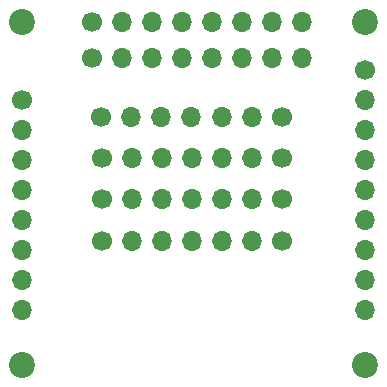
<source format=gts>
G04 #@! TF.GenerationSoftware,KiCad,Pcbnew,(6.0.5)*
G04 #@! TF.CreationDate,2022-07-08T15:35:49+02:00*
G04 #@! TF.ProjectId,MovuinoShieldPrototyping,4d6f7675-696e-46f5-9368-69656c645072,rev?*
G04 #@! TF.SameCoordinates,Original*
G04 #@! TF.FileFunction,Soldermask,Top*
G04 #@! TF.FilePolarity,Negative*
%FSLAX46Y46*%
G04 Gerber Fmt 4.6, Leading zero omitted, Abs format (unit mm)*
G04 Created by KiCad (PCBNEW (6.0.5)) date 2022-07-08 15:35:49*
%MOMM*%
%LPD*%
G01*
G04 APERTURE LIST*
%ADD10C,1.700000*%
%ADD11O,1.700000X1.700000*%
%ADD12C,2.200000*%
G04 APERTURE END LIST*
D10*
G04 #@! TO.C,REF\u002A\u002A*
X161775000Y-65250000D03*
D11*
X159235000Y-65250000D03*
X156695000Y-65250000D03*
G04 #@! TD*
D12*
G04 #@! TO.C,*
X139750000Y-79250000D03*
G04 #@! TD*
D10*
G04 #@! TO.C,7*
X139700000Y-56825000D03*
D11*
X139700000Y-59365000D03*
X139700000Y-61905000D03*
X139700000Y-64445000D03*
X139700000Y-66985000D03*
X139700000Y-69525000D03*
X139700000Y-72065000D03*
X139700000Y-74605000D03*
G04 #@! TD*
D12*
G04 #@! TO.C,*
X139750000Y-50250000D03*
G04 #@! TD*
D10*
G04 #@! TO.C,REF\u002A\u002A*
X146475000Y-68750000D03*
D11*
X149015000Y-68750000D03*
X151555000Y-68750000D03*
X154095000Y-68750000D03*
G04 #@! TD*
D10*
G04 #@! TO.C,REF\u002A\u002A*
X146475000Y-61750000D03*
D11*
X149015000Y-61750000D03*
X151555000Y-61750000D03*
X154095000Y-61750000D03*
G04 #@! TD*
D10*
G04 #@! TO.C,REF\u002A\u002A*
X161750000Y-58250000D03*
D11*
X159210000Y-58250000D03*
X156670000Y-58250000D03*
G04 #@! TD*
D10*
G04 #@! TO.C,REF\u002A\u002A*
X168750000Y-54250000D03*
D11*
X168750000Y-56790000D03*
X168750000Y-59330000D03*
X168750000Y-61870000D03*
X168750000Y-64410000D03*
X168750000Y-66950000D03*
X168750000Y-69490000D03*
X168750000Y-72030000D03*
X168750000Y-74570000D03*
G04 #@! TD*
D12*
G04 #@! TO.C,*
X168750000Y-79250000D03*
G04 #@! TD*
D10*
G04 #@! TO.C,REF\u002A\u002A*
X161775000Y-68750000D03*
D11*
X159235000Y-68750000D03*
X156695000Y-68750000D03*
G04 #@! TD*
D10*
G04 #@! TO.C,REF\u002A\u002A*
X161775000Y-61750000D03*
D11*
X159235000Y-61750000D03*
X156695000Y-61750000D03*
G04 #@! TD*
D10*
G04 #@! TO.C,REF\u002A\u002A*
X145625000Y-53250000D03*
D11*
X148165000Y-53250000D03*
X150705000Y-53250000D03*
X153245000Y-53250000D03*
X155785000Y-53250000D03*
X158325000Y-53250000D03*
X160865000Y-53250000D03*
X163405000Y-53250000D03*
G04 #@! TD*
D10*
G04 #@! TO.C,REF\u002A\u002A*
X145625000Y-50250000D03*
D11*
X148165000Y-50250000D03*
X150705000Y-50250000D03*
X153245000Y-50250000D03*
X155785000Y-50250000D03*
X158325000Y-50250000D03*
X160865000Y-50250000D03*
X163405000Y-50250000D03*
G04 #@! TD*
D10*
G04 #@! TO.C,REF\u002A\u002A*
X146450000Y-58250000D03*
D11*
X148990000Y-58250000D03*
X151530000Y-58250000D03*
X154070000Y-58250000D03*
G04 #@! TD*
D12*
G04 #@! TO.C,*
X168750000Y-50250000D03*
G04 #@! TD*
D10*
G04 #@! TO.C,REF\u002A\u002A*
X146475000Y-65250000D03*
D11*
X149015000Y-65250000D03*
X151555000Y-65250000D03*
X154095000Y-65250000D03*
G04 #@! TD*
M02*

</source>
